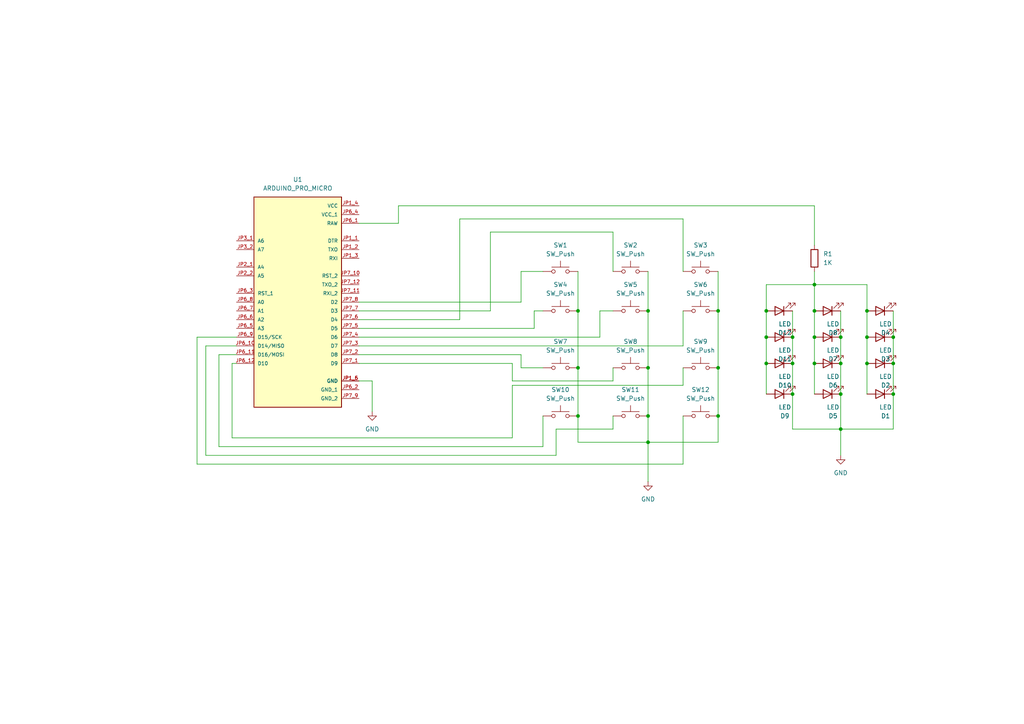
<source format=kicad_sch>
(kicad_sch (version 20231120) (generator "eeschema") (generator_version "8.0")
  (paper "A4")
  (title_block (title "HotKeyPad 2.0") (date "2025-01-16") (rev "2.0") (company "Kelvys B."))
  (lib_symbols
    (symbol "Custom:ARDUINO_PRO_MICRO" (pin_names (offset 1.016))
      (property "Reference" "U" (at -12.7 31.75 0))
      (property "Value" "ARDUINO_PRO_MICRO" (at -12.7 -33.02 0))
      (symbol "ARDUINO_PRO_MICRO_0_0"
        (rectangle (start -12.7 30.48) (end 12.7 -30.48) (stroke (width 0.254)) (fill (type background)))
        (pin input line (at 17.78 17.78 180) (length 5.08) (name "DTR") (number "JP1_1"))
        (pin bidirectional line (at 17.78 15.24 180) (length 5.08) (name "TXO") (number "JP1_2"))
        (pin bidirectional line (at 17.78 12.7 180) (length 5.08) (name "RXI") (number "JP1_3"))
        (pin power_in line (at 17.78 27.94 180) (length 5.08) (name "VCC") (number "JP1_4"))
        (pin power_in line (at 17.78 -22.86 180) (length 5.08) (name "GND") (number "JP1_5"))
        (pin power_in line (at 17.78 -22.86 180) (length 5.08) (name "GND") (number "JP1_6"))
        (pin bidirectional line (at -17.78 10.16 0) (length 5.08) (name "A4") (number "JP2_1"))
        (pin bidirectional line (at -17.78 7.62 0) (length 5.08) (name "A5") (number "JP2_2"))
        (pin input line (at -17.78 17.78 0) (length 5.08) (name "A6") (number "JP3_1"))
        (pin input line (at -17.78 15.24 0) (length 5.08) (name "A7") (number "JP3_2"))
        (pin power_in line (at 17.78 22.86 180) (length 5.08) (name "RAW") (number "JP6_1"))
        (pin bidirectional line (at -17.78 -17.78 0) (length 5.08) (name "D10") (number "JP6_12"))
        (pin power_in line (at 17.78 -25.4 180) (length 5.08) (name "GND_1") (number "JP6_2"))
        (pin input line (at -17.78 2.54 0) (length 5.08) (name "RST_1") (number "JP6_3"))
        (pin power_in line (at 17.78 25.4 180) (length 5.08) (name "VCC_1") (number "JP6_4"))
        (pin bidirectional line (at -17.78 -7.62 0) (length 5.08) (name "A3") (number "JP6_5"))
        (pin bidirectional line (at -17.78 -5.08 0) (length 5.08) (name "A2") (number "JP6_6"))
        (pin bidirectional line (at -17.78 -2.54 0) (length 5.08) (name "A1") (number "JP6_7"))
        (pin bidirectional line (at -17.78 0 0) (length 5.08) (name "A0") (number "JP6_8"))
        (pin bidirectional line (at 17.78 -17.78 180) (length 5.08) (name "D9") (number "JP7_1"))
        (pin input line (at 17.78 7.62 180) (length 5.08) (name "RST_2") (number "JP7_10"))
        (pin bidirectional line (at 17.78 2.54 180) (length 5.08) (name "RXI_2") (number "JP7_11"))
        (pin bidirectional line (at 17.78 5.08 180) (length 5.08) (name "TXO_2") (number "JP7_12"))
        (pin bidirectional line (at 17.78 -15.24 180) (length 5.08) (name "D8") (number "JP7_2"))
        (pin bidirectional line (at 17.78 -12.7 180) (length 5.08) (name "D7") (number "JP7_3"))
        (pin bidirectional line (at 17.78 -10.16 180) (length 5.08) (name "D6") (number "JP7_4"))
        (pin bidirectional line (at 17.78 -7.62 180) (length 5.08) (name "D5") (number "JP7_5"))
        (pin bidirectional line (at 17.78 -5.08 180) (length 5.08) (name "D4") (number "JP7_6"))
        (pin bidirectional line (at 17.78 -2.54 180) (length 5.08) (name "D3") (number "JP7_7"))
        (pin bidirectional line (at 17.78 0 180) (length 5.08) (name "D2") (number "JP7_8"))
        (pin power_in line (at 17.78 -27.94 180) (length 5.08) (name "GND_2") (number "JP7_9"))
      )
      (symbol "ARDUINO_PRO_MICRO_1_0"
        (pin bidirectional line (at -17.78 -12.7 0) (length 5.08) (name "D14/MISO") (number "JP6_10"))
        (pin bidirectional line (at -17.78 -15.24 0) (length 5.08) (name "D16/MOSI") (number "JP6_11"))
        (pin bidirectional line (at -17.78 -10.16 0) (length 5.08) (name "D15/SCK") (number "JP6_9"))
      )
    )
    (symbol "Device:LED" (pin_numbers hide) (pin_names (offset 1.016) hide)
      (property "Reference" "D" (at 0 2.54 0))
      (property "Value" "LED" (at 0 -2.54 0))
      (symbol "LED_0_1"
        (polyline (pts (xy -1.27 -1.27) (xy -1.27 1.27)) (stroke (width 0.254)))
        (polyline (pts (xy -1.27 0) (xy 1.27 0)))
        (polyline (pts (xy 1.27 -1.27) (xy 1.27 1.27) (xy -1.27 0) (xy 1.27 -1.27)) (stroke (width 0.254)))
        (polyline (pts (xy -3.048 -0.762) (xy -4.572 -2.286) (xy -3.81 -2.286) (xy -4.572 -2.286) (xy -4.572 -1.524)))
        (polyline (pts (xy -1.778 -0.762) (xy -3.302 -2.286) (xy -2.54 -2.286) (xy -3.302 -2.286) (xy -3.302 -1.524)))
      )
      (symbol "LED_1_1"
        (pin passive line (at -3.81 0 0) (length 2.54) (name "K") (number "1"))
        (pin passive line (at 3.81 0 180) (length 2.54) (name "A") (number "2"))
      )
    )
    (symbol "Device:R" (pin_numbers hide) (pin_names (offset 0))
      (property "Reference" "R" (at 2.032 0 90))
      (property "Value" "R" (at 0 0 90))
      (symbol "R_0_1"
        (rectangle (start -1.016 -2.54) (end 1.016 2.54) (stroke (width 0.254)))
      )
      (symbol "R_1_1"
        (pin passive line (at 0 3.81 270) (length 1.27) (name "~") (number "1"))
        (pin passive line (at 0 -3.81 90) (length 1.27) (name "~") (number "2"))
      )
    )
    (symbol "Switch:SW_Push" (pin_numbers hide) (pin_names (offset 1.016) hide)
      (property "Reference" "SW" (at 1.27 2.54 0))
      (property "Value" "SW_Push" (at 0 -1.524 0))
      (symbol "SW_Push_0_1"
        (circle (center -2.032 0) (radius 0.508))
        (polyline (pts (xy 0 1.27) (xy 0 3.048)))
        (polyline (pts (xy 2.54 1.27) (xy -2.54 1.27)))
        (circle (center 2.032 0) (radius 0.508))
        (pin passive line (at -5.08 0 0) (length 2.54) (name "1") (number "1"))
        (pin passive line (at 5.08 0 180) (length 2.54) (name "2") (number "2"))
      )
    )
    (symbol "power:GND" (power) (pin_numbers hide) (pin_names (offset 0) hide)
      (property "Value" "GND" (at 0 -3.81 0))
      (symbol "GND_0_1"
        (polyline (pts (xy 0 0) (xy 0 -1.27) (xy 1.27 -1.27) (xy 0 -2.54) (xy -1.27 -1.27) (xy 0 -1.27)))
      )
      (symbol "GND_1_1"
        (pin power_in line (at 0 0 270) (length 0) (name "~") (number "1"))
      )
    )
  )
  (junction (at 251.46 105.41))
  (junction (at 229.87 105.41))
  (junction (at 243.84 124.46))
  (junction (at 222.25 90.17))
  (junction (at 259.08 114.3))
  (junction (at 243.84 97.79))
  (junction (at 187.96 106.68))
  (junction (at 208.28 106.68))
  (junction (at 187.96 90.17))
  (junction (at 259.08 97.79))
  (junction (at 236.22 90.17))
  (junction (at 167.64 120.65))
  (junction (at 222.25 97.79))
  (junction (at 236.22 82.55))
  (junction (at 167.64 90.17))
  (junction (at 187.96 120.65))
  (junction (at 243.84 114.3))
  (junction (at 236.22 105.41))
  (junction (at 251.46 90.17))
  (junction (at 243.84 105.41))
  (junction (at 187.96 128.27))
  (junction (at 251.46 97.79))
  (junction (at 259.08 105.41))
  (junction (at 229.87 97.79))
  (junction (at 208.28 90.17))
  (junction (at 208.28 120.65))
  (junction (at 236.22 97.79))
  (junction (at 229.87 114.3))
  (junction (at 167.64 106.68))
  (junction (at 222.25 105.41))
  (wire (pts (xy 115.57 64.77) (xy 104.14 64.77)))
  (wire (pts (xy 104.14 87.63) (xy 151.13 87.63)))
  (wire (pts (xy 167.64 120.65) (xy 167.64 128.27)))
  (wire (pts (xy 104.14 90.17) (xy 142.24 90.17)))
  (wire (pts (xy 104.14 102.87) (xy 151.13 102.87)))
  (wire (pts (xy 251.46 90.17) (xy 251.46 82.55)))
  (wire (pts (xy 208.28 120.65) (xy 208.28 128.27)))
  (wire (pts (xy 167.64 106.68) (xy 167.64 120.65)))
  (wire (pts (xy 68.58 102.87) (xy 63.5 102.87)))
  (wire (pts (xy 177.8 124.46) (xy 177.8 120.65)))
  (wire (pts (xy 236.22 90.17) (xy 236.22 97.79)))
  (wire (pts (xy 177.8 67.31) (xy 177.8 78.74)))
  (wire (pts (xy 187.96 128.27) (xy 187.96 120.65)))
  (wire (pts (xy 107.95 110.49) (xy 107.95 119.38)))
  (wire (pts (xy 63.5 102.87) (xy 63.5 129.54)))
  (wire (pts (xy 68.58 105.41) (xy 67.31 105.41)))
  (wire (pts (xy 115.57 59.69) (xy 236.22 59.69)))
  (wire (pts (xy 151.13 106.68) (xy 157.48 106.68)))
  (wire (pts (xy 187.96 106.68) (xy 187.96 120.65)))
  (wire (pts (xy 151.13 78.74) (xy 157.48 78.74)))
  (wire (pts (xy 198.12 134.62) (xy 198.12 120.65)))
  (wire (pts (xy 198.12 63.5) (xy 198.12 78.74)))
  (wire (pts (xy 259.08 105.41) (xy 259.08 114.3)))
  (wire (pts (xy 251.46 97.79) (xy 251.46 90.17)))
  (wire (pts (xy 59.69 100.33) (xy 59.69 132.08)))
  (wire (pts (xy 236.22 97.79) (xy 236.22 105.41)))
  (wire (pts (xy 208.28 90.17) (xy 208.28 106.68)))
  (wire (pts (xy 151.13 102.87) (xy 151.13 106.68)))
  (wire (pts (xy 259.08 90.17) (xy 259.08 97.79)))
  (wire (pts (xy 222.25 114.3) (xy 222.25 105.41)))
  (wire (pts (xy 222.25 97.79) (xy 222.25 90.17)))
  (wire (pts (xy 154.94 95.25) (xy 154.94 90.17)))
  (wire (pts (xy 104.14 100.33) (xy 198.12 100.33)))
  (wire (pts (xy 167.64 78.74) (xy 167.64 90.17)))
  (wire (pts (xy 151.13 87.63) (xy 151.13 78.74)))
  (wire (pts (xy 68.58 100.33) (xy 59.69 100.33)))
  (wire (pts (xy 133.35 63.5) (xy 198.12 63.5)))
  (wire (pts (xy 148.59 110.49) (xy 177.8 110.49)))
  (wire (pts (xy 222.25 105.41) (xy 222.25 97.79)))
  (wire (pts (xy 187.96 90.17) (xy 187.96 78.74)))
  (wire (pts (xy 208.28 128.27) (xy 187.96 128.27)))
  (wire (pts (xy 236.22 105.41) (xy 236.22 114.3)))
  (wire (pts (xy 208.28 106.68) (xy 208.28 120.65)))
  (wire (pts (xy 229.87 114.3) (xy 229.87 124.46)))
  (wire (pts (xy 259.08 124.46) (xy 243.84 124.46)))
  (wire (pts (xy 57.15 134.62) (xy 198.12 134.62)))
  (wire (pts (xy 236.22 82.55) (xy 236.22 90.17)))
  (wire (pts (xy 148.59 127) (xy 148.59 111.76)))
  (wire (pts (xy 148.59 111.76) (xy 198.12 111.76)))
  (wire (pts (xy 251.46 82.55) (xy 236.22 82.55)))
  (wire (pts (xy 57.15 97.79) (xy 57.15 134.62)))
  (wire (pts (xy 67.31 127) (xy 148.59 127)))
  (wire (pts (xy 222.25 90.17) (xy 222.25 82.55)))
  (wire (pts (xy 63.5 129.54) (xy 157.48 129.54)))
  (wire (pts (xy 229.87 105.41) (xy 229.87 114.3)))
  (wire (pts (xy 198.12 111.76) (xy 198.12 106.68)))
  (wire (pts (xy 161.29 132.08) (xy 161.29 124.46)))
  (wire (pts (xy 229.87 124.46) (xy 243.84 124.46)))
  (wire (pts (xy 104.14 97.79) (xy 173.99 97.79)))
  (wire (pts (xy 251.46 105.41) (xy 251.46 97.79)))
  (wire (pts (xy 59.69 132.08) (xy 161.29 132.08)))
  (wire (pts (xy 133.35 92.71) (xy 133.35 63.5)))
  (wire (pts (xy 187.96 106.68) (xy 187.96 90.17)))
  (wire (pts (xy 167.64 90.17) (xy 167.64 106.68)))
  (wire (pts (xy 187.96 128.27) (xy 187.96 139.7)))
  (wire (pts (xy 104.14 110.49) (xy 107.95 110.49)))
  (wire (pts (xy 259.08 114.3) (xy 259.08 124.46)))
  (wire (pts (xy 251.46 114.3) (xy 251.46 105.41)))
  (wire (pts (xy 67.31 105.41) (xy 67.31 127)))
  (wire (pts (xy 229.87 97.79) (xy 229.87 105.41)))
  (wire (pts (xy 236.22 59.69) (xy 236.22 71.12)))
  (wire (pts (xy 177.8 110.49) (xy 177.8 106.68)))
  (wire (pts (xy 167.64 128.27) (xy 187.96 128.27)))
  (wire (pts (xy 154.94 90.17) (xy 157.48 90.17)))
  (wire (pts (xy 104.14 92.71) (xy 133.35 92.71)))
  (wire (pts (xy 173.99 97.79) (xy 173.99 90.17)))
  (wire (pts (xy 259.08 97.79) (xy 259.08 105.41)))
  (wire (pts (xy 243.84 105.41) (xy 243.84 97.79)))
  (wire (pts (xy 222.25 82.55) (xy 236.22 82.55)))
  (wire (pts (xy 142.24 90.17) (xy 142.24 67.31)))
  (wire (pts (xy 208.28 78.74) (xy 208.28 90.17)))
  (wire (pts (xy 236.22 78.74) (xy 236.22 82.55)))
  (wire (pts (xy 142.24 67.31) (xy 177.8 67.31)))
  (wire (pts (xy 115.57 59.69) (xy 115.57 64.77)))
  (wire (pts (xy 243.84 124.46) (xy 243.84 132.08)))
  (wire (pts (xy 243.84 97.79) (xy 243.84 90.17)))
  (wire (pts (xy 68.58 97.79) (xy 57.15 97.79)))
  (wire (pts (xy 104.14 105.41) (xy 148.59 105.41)))
  (wire (pts (xy 157.48 120.65) (xy 157.48 129.54)))
  (wire (pts (xy 243.84 124.46) (xy 243.84 114.3)))
  (wire (pts (xy 243.84 114.3) (xy 243.84 105.41)))
  (wire (pts (xy 104.14 95.25) (xy 154.94 95.25)))
  (wire (pts (xy 229.87 90.17) (xy 229.87 97.79)))
  (wire (pts (xy 148.59 105.41) (xy 148.59 110.49)))
  (wire (pts (xy 198.12 100.33) (xy 198.12 90.17)))
  (wire (pts (xy 161.29 124.46) (xy 177.8 124.46)))
  (wire (pts (xy 173.99 90.17) (xy 177.8 90.17)))
  (symbol (lib_id "power:GND") (at 187.96 139.7 0) (unit 1)
    (property "Reference" "#PWR03" (effects (hide yes)))
    (property "Value" "GND" (at 187.96 144.78 0))
    (property "Description" "Power symbol creates a global label with name \"GND\" , ground" (effects (hide yes)))
  )
  (symbol (lib_id "Device:LED") (at 240.03 114.3 180) (unit 1)
    (property "Reference" "D5" (at 241.6175 120.65 0))
    (property "Value" "LED" (at 241.6175 118.11 0))
    (property "Description" "Light emitting diode" (effects (hide yes)))
  )
  (symbol (lib_id "Device:LED") (at 240.03 97.79 180) (unit 1)
    (property "Reference" "D7" (at 241.6175 104.14 0))
    (property "Value" "LED" (at 241.6175 101.6 0))
    (property "Description" "Light emitting diode" (effects (hide yes)))
  )
  (symbol (lib_id "Device:LED") (at 240.03 105.41 180) (unit 1)
    (property "Reference" "D6" (at 241.6175 111.76 0))
    (property "Value" "LED" (at 241.6175 109.22 0))
    (property "Description" "Light emitting diode" (effects (hide yes)))
  )
  (symbol (lib_id "Device:LED") (at 255.27 90.17 180) (unit 1)
    (property "Reference" "D4" (at 256.8575 96.52 0))
    (property "Value" "LED" (at 256.8575 93.98 0))
    (property "Description" "Light emitting diode" (effects (hide yes)))
  )
  (symbol (lib_id "Device:LED") (at 255.27 105.41 180) (unit 1)
    (property "Reference" "D2" (at 256.8575 111.76 0))
    (property "Value" "LED" (at 256.8575 109.22 0))
    (property "Description" "Light emitting diode" (effects (hide yes)))
  )
  (symbol (lib_id "Switch:SW_Push") (at 162.56 120.65 0) (unit 1)
    (property "Reference" "SW10" (at 162.56 113.03 0))
    (property "Value" "SW_Push" (at 162.56 115.57 0))
    (property "Description" "Push button switch, generic, two pins" (effects (hide yes)))
  )
  (symbol (lib_id "Switch:SW_Push") (at 203.2 120.65 0) (unit 1)
    (property "Reference" "SW12" (at 203.2 113.03 0))
    (property "Value" "SW_Push" (at 203.2 115.57 0))
    (property "Description" "Push button switch, generic, two pins" (effects (hide yes)))
  )
  (symbol (lib_id "Custom:ARDUINO_PRO_MICRO") (at 86.36 87.63 0) (unit 1)
    (property "Reference" "U1" (at 86.36 52.07 0))
    (property "Value" "ARDUINO_PRO_MICRO" (at 86.36 54.61 0))
    (property "Footprint" "ARDUINO_PRO_MINI:MODULE_ARDUINO_PRO_MINI" (effects (hide yes)))
    (property "MF" "Arduino" (effects (hide yes)))
    (property "MAXIMUM_PACKAGE_HEIGHT" "N/A" (effects (hide yes)))
    (property "Package" "None" (effects (hide yes)))
    (property "Price" "None" (effects (hide yes)))
    (property "Check_prices" "https://www.snapeda.com/parts/Arduino%20Pro%20Mini/Arduino/view-part/?ref=eda" (effects (hide yes)))
    (property "STANDARD" "Manufacturer Recommendations" (effects (hide yes)))
    (property "PARTREV" "N/A" (effects (hide yes)))
    (property "SnapEDA_Link" "https://www.snapeda.com/parts/Arduino%20Pro%20Mini/Arduino/view-part/?ref=snap" (effects (hide yes)))
    (property "MP" "Arduino Pro Mini" (effects (hide yes)))
    (property "Description_1" "\nThis board was developed for applications and installations where space is premium and projects are made as permanent set ups. Small, available in 3.3 V and 5 V versions, powered by ATmega328P.\n" (effects (hide yes)))
    (property "Availability" "Not in stock" (effects (hide yes)))
    (property "MANUFACTURER" "SparkFun Electronics" (effects (hide yes)))
  )
  (symbol (lib_id "power:GND") (at 107.95 119.38 0) (unit 1)
    (property "Reference" "#PWR01" (effects (hide yes)))
    (property "Value" "GND" (at 107.95 124.46 0))
    (property "Description" "Power symbol creates a global label with name \"GND\" , ground" (effects (hide yes)))
  )
  (symbol (lib_id "Switch:SW_Push") (at 203.2 106.68 0) (unit 1)
    (property "Reference" "SW9" (at 203.2 99.06 0))
    (property "Value" "SW_Push" (at 203.2 101.6 0))
    (property "Description" "Push button switch, generic, two pins" (effects (hide yes)))
  )
  (symbol (lib_id "Switch:SW_Push") (at 162.56 90.17 0) (unit 1)
    (property "Reference" "SW4" (at 162.56 82.55 0))
    (property "Value" "SW_Push" (at 162.56 85.09 0))
    (property "Description" "Push button switch, generic, two pins" (effects (hide yes)))
  )
  (symbol (lib_id "Device:LED") (at 226.06 114.3 180) (unit 1)
    (property "Reference" "D9" (at 227.6475 120.65 0))
    (property "Value" "LED" (at 227.6475 118.11 0))
    (property "Description" "Light emitting diode" (effects (hide yes)))
  )
  (symbol (lib_id "Device:LED") (at 255.27 97.79 180) (unit 1)
    (property "Reference" "D3" (at 256.8575 104.14 0))
    (property "Value" "LED" (at 256.8575 101.6 0))
    (property "Description" "Light emitting diode" (effects (hide yes)))
  )
  (symbol (lib_id "Switch:SW_Push") (at 203.2 78.74 0) (unit 1)
    (property "Reference" "SW3" (at 203.2 71.12 0))
    (property "Value" "SW_Push" (at 203.2 73.66 0))
    (property "Description" "Push button switch, generic, two pins" (effects (hide yes)))
  )
  (symbol (lib_id "Switch:SW_Push") (at 162.56 106.68 0) (unit 1)
    (property "Reference" "SW7" (at 162.56 99.06 0))
    (property "Value" "SW_Push" (at 162.56 101.6 0))
    (property "Description" "Push button switch, generic, two pins" (effects (hide yes)))
  )
  (symbol (lib_id "Switch:SW_Push") (at 182.88 106.68 0) (unit 1)
    (property "Reference" "SW8" (at 182.88 99.06 0))
    (property "Value" "SW_Push" (at 182.88 101.6 0))
    (property "Description" "Push button switch, generic, two pins" (effects (hide yes)))
  )
  (symbol (lib_id "Switch:SW_Push") (at 182.88 90.17 0) (unit 1)
    (property "Reference" "SW5" (at 182.88 82.55 0))
    (property "Value" "SW_Push" (at 182.88 85.09 0))
    (property "Description" "Push button switch, generic, two pins" (effects (hide yes)))
  )
  (symbol (lib_id "Switch:SW_Push") (at 162.56 78.74 0) (unit 1)
    (property "Reference" "SW1" (at 162.56 71.12 0))
    (property "Value" "SW_Push" (at 162.56 73.66 0))
    (property "Description" "Push button switch, generic, two pins" (effects (hide yes)))
  )
  (symbol (lib_id "Device:R") (at 236.22 74.93 0) (unit 1)
    (property "Reference" "R1" (at 238.76 73.6599 0) (effects (justify left)))
    (property "Value" "1K" (at 238.76 76.1999 0) (effects (justify left)))
    (property "Description" "Resistor" (effects (hide yes)))
  )
  (symbol (lib_id "Device:LED") (at 226.06 90.17 180) (unit 1)
    (property "Reference" "D12" (at 227.6475 96.52 0))
    (property "Value" "LED" (at 227.6475 93.98 0))
    (property "Description" "Light emitting diode" (effects (hide yes)))
  )
  (symbol (lib_id "Switch:SW_Push") (at 182.88 120.65 0) (unit 1)
    (property "Reference" "SW11" (at 182.88 113.03 0))
    (property "Value" "SW_Push" (at 182.88 115.57 0))
    (property "Description" "Push button switch, generic, two pins" (effects (hide yes)))
  )
  (symbol (lib_id "Switch:SW_Push") (at 203.2 90.17 0) (unit 1)
    (property "Reference" "SW6" (at 203.2 82.55 0))
    (property "Value" "SW_Push" (at 203.2 85.09 0))
    (property "Description" "Push button switch, generic, two pins" (effects (hide yes)))
  )
  (symbol (lib_id "Device:LED") (at 226.06 97.79 180) (unit 1)
    (property "Reference" "D11" (at 227.6475 104.14 0))
    (property "Value" "LED" (at 227.6475 101.6 0))
    (property "Description" "Light emitting diode" (effects (hide yes)))
  )
  (symbol (lib_id "Device:LED") (at 255.27 114.3 180) (unit 1)
    (property "Reference" "D1" (at 256.8575 120.65 0))
    (property "Value" "LED" (at 256.8575 118.11 0))
    (property "Description" "Light emitting diode" (effects (hide yes)))
  )
  (symbol (lib_id "power:GND") (at 243.84 132.08 0) (unit 1)
    (property "Reference" "#PWR02" (effects (hide yes)))
    (property "Value" "GND" (at 243.84 137.16 0))
    (property "Description" "Power symbol creates a global label with name \"GND\" , ground" (effects (hide yes)))
  )
  (symbol (lib_id "Device:LED") (at 240.03 90.17 180) (unit 1)
    (property "Reference" "D8" (at 241.6175 96.52 0))
    (property "Value" "LED" (at 241.6175 93.98 0))
    (property "Description" "Light emitting diode" (effects (hide yes)))
  )
  (symbol (lib_id "Device:LED") (at 226.06 105.41 180) (unit 1)
    (property "Reference" "D10" (at 227.6475 111.76 0))
    (property "Value" "LED" (at 227.6475 109.22 0))
    (property "Description" "Light emitting diode" (effects (hide yes)))
  )
  (symbol (lib_id "Switch:SW_Push") (at 182.88 78.74 0) (unit 1)
    (property "Reference" "SW2" (at 182.88 71.12 0))
    (property "Value" "SW_Push" (at 182.88 73.66 0))
    (property "Description" "Push button switch, generic, two pins" (effects (hide yes)))
  )
)
</source>
